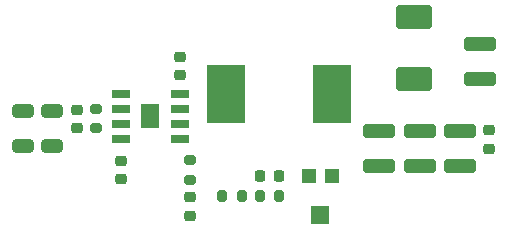
<source format=gbr>
%TF.GenerationSoftware,KiCad,Pcbnew,9.0.4*%
%TF.CreationDate,2025-08-21T12:34:08-03:00*%
%TF.ProjectId,EMI_SS_Supply_Electgpl,454d495f-5353-45f5-9375-70706c795f45,rev?*%
%TF.SameCoordinates,Original*%
%TF.FileFunction,Paste,Top*%
%TF.FilePolarity,Positive*%
%FSLAX46Y46*%
G04 Gerber Fmt 4.6, Leading zero omitted, Abs format (unit mm)*
G04 Created by KiCad (PCBNEW 9.0.4) date 2025-08-21 12:34:08*
%MOMM*%
%LPD*%
G01*
G04 APERTURE LIST*
G04 Aperture macros list*
%AMRoundRect*
0 Rectangle with rounded corners*
0 $1 Rounding radius*
0 $2 $3 $4 $5 $6 $7 $8 $9 X,Y pos of 4 corners*
0 Add a 4 corners polygon primitive as box body*
4,1,4,$2,$3,$4,$5,$6,$7,$8,$9,$2,$3,0*
0 Add four circle primitives for the rounded corners*
1,1,$1+$1,$2,$3*
1,1,$1+$1,$4,$5*
1,1,$1+$1,$6,$7*
1,1,$1+$1,$8,$9*
0 Add four rect primitives between the rounded corners*
20,1,$1+$1,$2,$3,$4,$5,0*
20,1,$1+$1,$4,$5,$6,$7,0*
20,1,$1+$1,$6,$7,$8,$9,0*
20,1,$1+$1,$8,$9,$2,$3,0*%
G04 Aperture macros list end*
%ADD10RoundRect,0.250000X-0.650000X0.325000X-0.650000X-0.325000X0.650000X-0.325000X0.650000X0.325000X0*%
%ADD11RoundRect,0.225000X-0.250000X0.225000X-0.250000X-0.225000X0.250000X-0.225000X0.250000X0.225000X0*%
%ADD12RoundRect,0.225000X-0.225000X-0.250000X0.225000X-0.250000X0.225000X0.250000X-0.225000X0.250000X0*%
%ADD13R,1.505000X0.802000*%
%ADD14R,1.567800X2.101200*%
%ADD15RoundRect,0.200000X-0.200000X-0.275000X0.200000X-0.275000X0.200000X0.275000X-0.200000X0.275000X0*%
%ADD16RoundRect,0.250000X-1.100000X0.325000X-1.100000X-0.325000X1.100000X-0.325000X1.100000X0.325000X0*%
%ADD17RoundRect,0.250000X1.275000X-0.750000X1.275000X0.750000X-1.275000X0.750000X-1.275000X-0.750000X0*%
%ADD18R,1.200000X1.200000*%
%ADD19R,1.600000X1.500000*%
%ADD20RoundRect,0.200000X0.200000X0.275000X-0.200000X0.275000X-0.200000X-0.275000X0.200000X-0.275000X0*%
%ADD21RoundRect,0.200000X-0.275000X0.200000X-0.275000X-0.200000X0.275000X-0.200000X0.275000X0.200000X0*%
%ADD22R,3.175000X4.950000*%
G04 APERTURE END LIST*
D10*
%TO.C,C1*%
X102100000Y-90125000D03*
X102100000Y-93075000D03*
%TD*%
D11*
%TO.C,C5*%
X110400000Y-94325000D03*
X110400000Y-95875000D03*
%TD*%
D12*
%TO.C,C7*%
X122225000Y-95600000D03*
X123775000Y-95600000D03*
%TD*%
D11*
%TO.C,C6*%
X116300000Y-97425000D03*
X116300000Y-98975000D03*
%TD*%
D13*
%TO.C,U1*%
X110405000Y-88665000D03*
X110405000Y-89935000D03*
X110405000Y-91205000D03*
X110405000Y-92475000D03*
X115400000Y-92475000D03*
X115400000Y-91205000D03*
X115400000Y-89935000D03*
X115400000Y-88665000D03*
D14*
X112902500Y-90570000D03*
%TD*%
D15*
%TO.C,R4*%
X122175000Y-97300000D03*
X123825000Y-97300000D03*
%TD*%
D11*
%TO.C,C4*%
X115400000Y-85525000D03*
X115400000Y-87075000D03*
%TD*%
D16*
%TO.C,C11*%
X139100000Y-91825000D03*
X139100000Y-94775000D03*
%TD*%
%TO.C,C10*%
X135700000Y-91825000D03*
X135700000Y-94775000D03*
%TD*%
D11*
%TO.C,C8*%
X141600000Y-91750000D03*
X141600000Y-93300000D03*
%TD*%
%TO.C,C3*%
X106700000Y-90000000D03*
X106700000Y-91550000D03*
%TD*%
D17*
%TO.C,L2*%
X135200000Y-87450000D03*
X135200000Y-82150000D03*
%TD*%
D18*
%TO.C,RV1*%
X128300000Y-95650000D03*
D19*
X127300000Y-98900000D03*
D18*
X126300000Y-95650000D03*
%TD*%
D20*
%TO.C,R3*%
X120625000Y-97300000D03*
X118975000Y-97300000D03*
%TD*%
D21*
%TO.C,R1*%
X108300000Y-89950000D03*
X108300000Y-91600000D03*
%TD*%
D16*
%TO.C,C12*%
X140800000Y-84425000D03*
X140800000Y-87375000D03*
%TD*%
%TO.C,C9*%
X132300000Y-91825000D03*
X132300000Y-94775000D03*
%TD*%
D10*
%TO.C,C2*%
X104600000Y-90125000D03*
X104600000Y-93075000D03*
%TD*%
D21*
%TO.C,R2*%
X116300000Y-94275000D03*
X116300000Y-95925000D03*
%TD*%
D22*
%TO.C,L1*%
X119292500Y-88675000D03*
X128307500Y-88675000D03*
%TD*%
M02*

</source>
